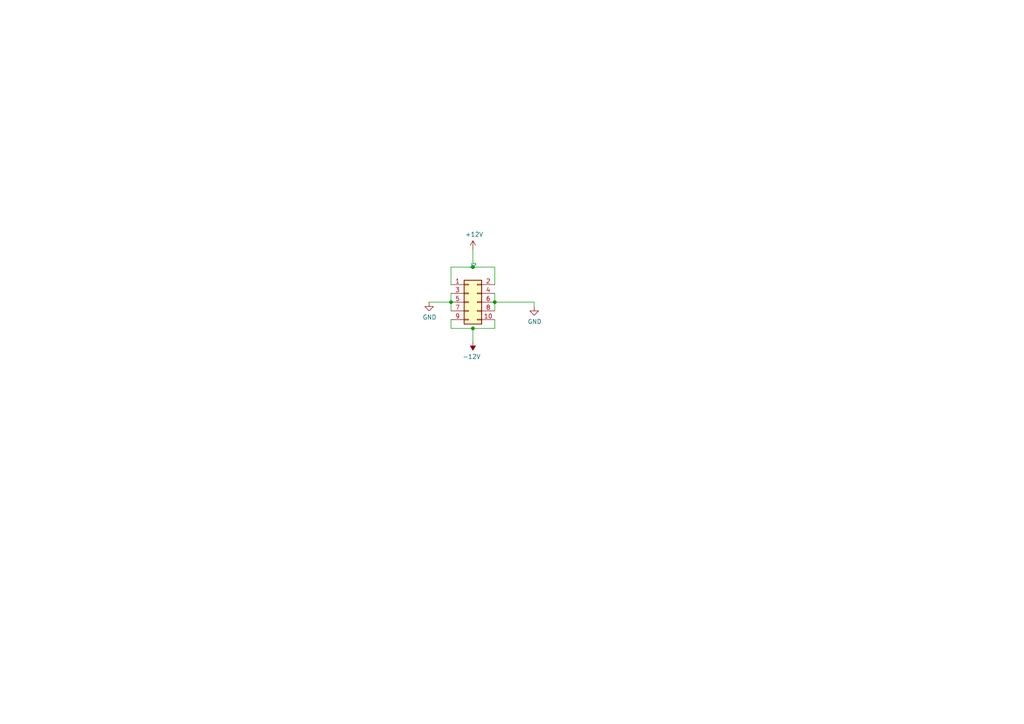
<source format=kicad_sch>
(kicad_sch (version 20211123) (generator eeschema)
  (paper "A4")
  (lib_symbols
    (symbol "Connector_Generic:Conn_02x05_Odd_Even" (pin_names (offset 1.016) hide)
      (property "Reference" "J" (at 1.27 7.62 0))
      (property "Value" "Conn_02x05_Odd_Even" (at 1.27 -7.62 0))
      (symbol "Conn_02x05_Odd_Even_1_1"
        (rectangle (start -1.27 -4.953) (end 0 -5.207) (stroke (width 0.1524)))
        (rectangle (start -1.27 -2.413) (end 0 -2.667) (stroke (width 0.1524)))
        (rectangle (start -1.27 0.127) (end 0 -0.127) (stroke (width 0.1524)))
        (rectangle (start -1.27 2.667) (end 0 2.413) (stroke (width 0.1524)))
        (rectangle (start -1.27 5.207) (end 0 4.953) (stroke (width 0.1524)))
        (rectangle (start -1.27 6.35) (end 3.81 -6.35) (stroke (width 0.254)) (fill (type background)))
        (rectangle (start 3.81 -4.953) (end 2.54 -5.207) (stroke (width 0.1524)))
        (rectangle (start 3.81 -2.413) (end 2.54 -2.667) (stroke (width 0.1524)))
        (rectangle (start 3.81 0.127) (end 2.54 -0.127) (stroke (width 0.1524)))
        (rectangle (start 3.81 2.667) (end 2.54 2.413) (stroke (width 0.1524)))
        (rectangle (start 3.81 5.207) (end 2.54 4.953) (stroke (width 0.1524)))
        (pin passive line (at -5.08 5.08 0) (length 3.81) (name "Pin_1") (number "1"))
        (pin passive line (at 7.62 -5.08 180) (length 3.81) (name "Pin_10") (number "10"))
        (pin passive line (at 7.62 5.08 180) (length 3.81) (name "Pin_2") (number "2"))
        (pin passive line (at -5.08 2.54 0) (length 3.81) (name "Pin_3") (number "3"))
        (pin passive line (at 7.62 2.54 180) (length 3.81) (name "Pin_4") (number "4"))
        (pin passive line (at -5.08 0 0) (length 3.81) (name "Pin_5") (number "5"))
        (pin passive line (at 7.62 0 180) (length 3.81) (name "Pin_6") (number "6"))
        (pin passive line (at -5.08 -2.54 0) (length 3.81) (name "Pin_7") (number "7"))
        (pin passive line (at 7.62 -2.54 180) (length 3.81) (name "Pin_8") (number "8"))
        (pin passive line (at -5.08 -5.08 0) (length 3.81) (name "Pin_9") (number "9"))
      )
    )
    (symbol "power:+12V" (power) (pin_names (offset 0))
      (property "Value" "+12V" (at 0 3.556 0))
      (symbol "+12V_0_1"
        (polyline (pts (xy -0.762 1.27) (xy 0 2.54)))
        (polyline (pts (xy 0 0) (xy 0 2.54)))
        (polyline (pts (xy 0 2.54) (xy 0.762 1.27)))
      )
      (symbol "+12V_1_1"
        (pin power_in line (at 0 0 90) (length 0) hide (name "+12V") (number "1"))
      )
    )
    (symbol "power:-12V" (power) (pin_names (offset 0))
      (property "Value" "-12V" (at 0 3.81 0))
      (symbol "-12V_0_0"
        (pin power_in line (at 0 0 90) (length 0) hide (name "-12V") (number "1"))
      )
      (symbol "-12V_0_1"
        (polyline (pts (xy 0 0) (xy 0 1.27) (xy 0.762 1.27) (xy 0 2.54) (xy -0.762 1.27) (xy 0 1.27)) (fill (type outline)))
      )
    )
    (symbol "power:GND" (power) (pin_names (offset 0))
      (property "Value" "GND" (at 0 -3.81 0))
      (symbol "GND_0_1"
        (polyline (pts (xy 0 0) (xy 0 -1.27) (xy 1.27 -1.27) (xy 0 -2.54) (xy -1.27 -1.27) (xy 0 -1.27)))
      )
      (symbol "GND_1_1"
        (pin power_in line (at 0 0 270) (length 0) hide (name "GND") (number "1"))
      )
    )
  )
  (junction (at 137.16 95.25))
  (junction (at 143.51 87.63))
  (junction (at 130.81 87.63))
  (junction (at 137.16 77.47))
  (wire (pts (xy 130.81 90.17) (xy 130.81 87.63)))
  (wire (pts (xy 130.81 85.09) (xy 130.81 87.63)))
  (wire (pts (xy 143.51 77.47) (xy 143.51 82.55)))
  (wire (pts (xy 143.51 90.17) (xy 143.51 87.63)))
  (wire (pts (xy 137.16 72.39) (xy 137.16 77.47)))
  (wire (pts (xy 130.81 82.55) (xy 130.81 77.47)))
  (wire (pts (xy 154.94 87.63) (xy 154.94 88.9)))
  (wire (pts (xy 137.16 95.25) (xy 143.51 95.25)))
  (wire (pts (xy 130.81 92.71) (xy 130.81 95.25)))
  (wire (pts (xy 130.81 77.47) (xy 137.16 77.47)))
  (wire (pts (xy 124.46 87.63) (xy 130.81 87.63)))
  (wire (pts (xy 130.81 95.25) (xy 137.16 95.25)))
  (wire (pts (xy 143.51 87.63) (xy 154.94 87.63)))
  (wire (pts (xy 137.16 99.06) (xy 137.16 95.25)))
  (wire (pts (xy 143.51 95.25) (xy 143.51 92.71)))
  (wire (pts (xy 137.16 77.47) (xy 143.51 77.47)))
  (wire (pts (xy 143.51 85.09) (xy 143.51 87.63)))
  (symbol (lib_id "Connector_Generic:Conn_02x05_Odd_Even") (at 135.89 87.63 0) (unit 1)
    (property "Reference" "J?" (at 137.16 77.0382 0))
  )
  (symbol (lib_id "power:-12V") (at 137.16 99.06 180) (unit 1)
    (property "Reference" "#PWR?" (effects hide))
  )
  (symbol (lib_id "power:+12V") (at 137.16 72.39 0) (unit 1)
    (property "Reference" "#PWR?" (effects hide))
  )
  (symbol (lib_id "power:GND") (at 154.94 88.9 0) (unit 1)
    (property "Reference" "#PWR?" (effects hide))
  )
  (symbol (lib_id "power:GND") (at 124.46 87.63 0) (unit 1)
    (property "Reference" "#PWR?" (effects hide))
  )
)
</source>
